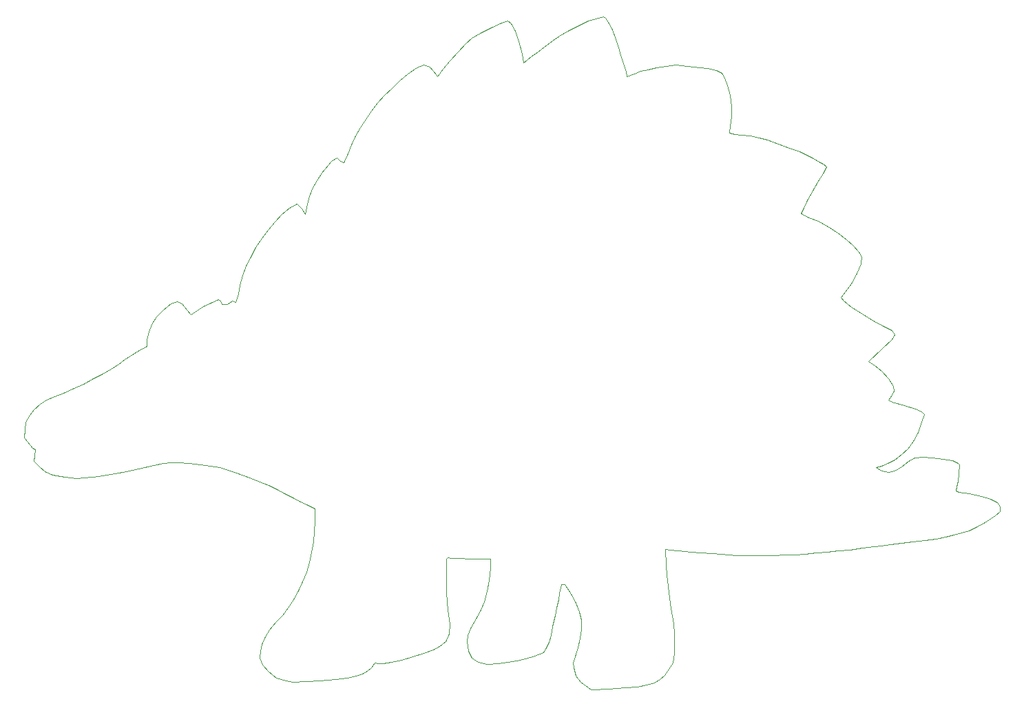
<source format=gbr>
%TF.GenerationSoftware,KiCad,Pcbnew,6.0.7-f9a2dced07~116~ubuntu20.04.1*%
%TF.CreationDate,2022-09-11T18:48:07+02:00*%
%TF.ProjectId,demoDino,64656d6f-4469-46e6-9f2e-6b696361645f,rev?*%
%TF.SameCoordinates,Original*%
%TF.FileFunction,Profile,NP*%
%FSLAX46Y46*%
G04 Gerber Fmt 4.6, Leading zero omitted, Abs format (unit mm)*
G04 Created by KiCad (PCBNEW 6.0.7-f9a2dced07~116~ubuntu20.04.1) date 2022-09-11 18:48:07*
%MOMM*%
%LPD*%
G01*
G04 APERTURE LIST*
%TA.AperFunction,Profile*%
%ADD10C,0.000010*%
%TD*%
G04 APERTURE END LIST*
%TO.C,svg2mod*%
D10*
X95338331Y-24815490D02*
X95698250Y-25330553D01*
X96159305Y-26265536D01*
X96612977Y-27377581D01*
X96950741Y-28423832D01*
X97216793Y-29386791D01*
X97452366Y-30156209D01*
X97827180Y-31389448D01*
X97988795Y-31991770D01*
X98857781Y-31639328D01*
X99674112Y-31346092D01*
X100575456Y-31098572D01*
X101590599Y-30890041D01*
X102748325Y-30713777D01*
X103976591Y-30552785D01*
X106124192Y-30778422D01*
X107825303Y-30979717D01*
X108921977Y-31213713D01*
X109589286Y-31575247D01*
X110002302Y-32159159D01*
X110336099Y-33060287D01*
X110634324Y-34289028D01*
X110791426Y-35618819D01*
X110798875Y-36913460D01*
X110648139Y-38036752D01*
X110536703Y-38957731D01*
X111251083Y-39087243D01*
X112068168Y-39146317D01*
X113101838Y-39304902D01*
X114202191Y-39535697D01*
X115219327Y-39811399D01*
X116592249Y-40265058D01*
X117947034Y-40756926D01*
X119178397Y-41245240D01*
X120181053Y-41688238D01*
X120849717Y-42044157D01*
X121558264Y-42461417D01*
X122099735Y-42721071D01*
X122497273Y-43093437D01*
X122076760Y-43892771D01*
X121601026Y-44646451D01*
X120900364Y-45860557D01*
X120164630Y-47191679D01*
X119583675Y-48296404D01*
X119347352Y-48831321D01*
X120320762Y-49317406D01*
X121465885Y-49801288D01*
X122664462Y-50450848D01*
X123840416Y-51208927D01*
X124917673Y-52018364D01*
X125820157Y-52822000D01*
X126471793Y-53562674D01*
X126796507Y-54183228D01*
X126693475Y-54996356D01*
X126230380Y-56204382D01*
X125557426Y-57479049D01*
X124824812Y-58492104D01*
X124254191Y-59185801D01*
X124628111Y-59589014D01*
X125585902Y-60306486D01*
X126881605Y-61173613D01*
X128269263Y-62025792D01*
X129502916Y-62698418D01*
X130552687Y-63243676D01*
X130890339Y-63690302D01*
X130502892Y-64320230D01*
X129377362Y-65415397D01*
X127674193Y-67030914D01*
X128416378Y-67507054D01*
X129315136Y-68244791D01*
X130129212Y-69172635D01*
X130688416Y-70065036D01*
X130822555Y-70696443D01*
X130375009Y-71410031D01*
X130128207Y-71776145D01*
X130536746Y-72029693D01*
X132032181Y-72438765D01*
X133415754Y-72862519D01*
X134168594Y-73211404D01*
X134516676Y-73512877D01*
X134204644Y-74522964D01*
X133747322Y-75755588D01*
X133183603Y-76861469D01*
X132525000Y-77775000D01*
X131725000Y-78500000D01*
X130875000Y-79175000D01*
X130225000Y-79500000D01*
X129315199Y-79889789D01*
X128628044Y-80075569D01*
X129238096Y-80484653D01*
X130100000Y-80625000D01*
X130888443Y-80534199D01*
X131743122Y-79960320D01*
X132606202Y-79310284D01*
X133375000Y-78875000D01*
X134358152Y-78815055D01*
X135524177Y-78853291D01*
X136838610Y-79019853D01*
X137984593Y-79262103D01*
X138645268Y-79527399D01*
X138867183Y-79710768D01*
X138770834Y-80797933D01*
X138659820Y-81728883D01*
X138527785Y-82440801D01*
X138429340Y-82916326D01*
X138786760Y-83125557D01*
X140029561Y-83320354D01*
X141536729Y-83611749D01*
X142687033Y-83981065D01*
X143464974Y-84419569D01*
X143855055Y-84918524D01*
X143841778Y-85469197D01*
X143214947Y-86025130D01*
X141999414Y-86845378D01*
X140882998Y-87465751D01*
X140000217Y-87825763D01*
X139102223Y-88136284D01*
X138151158Y-88405941D01*
X137109164Y-88643362D01*
X135938382Y-88857173D01*
X134600954Y-89056003D01*
X133059022Y-89248477D01*
X131728755Y-89405294D01*
X130400853Y-89566193D01*
X129229246Y-89712287D01*
X128367867Y-89824693D01*
X126880558Y-90019745D01*
X125417963Y-90196217D01*
X123982012Y-90354012D01*
X122574635Y-90493034D01*
X121197760Y-90613188D01*
X119853317Y-90714377D01*
X118543236Y-90796506D01*
X117269445Y-90859479D01*
X116033876Y-90903198D01*
X114838456Y-90927570D01*
X113685116Y-90932496D01*
X112575784Y-90917883D01*
X111512391Y-90883632D01*
X110496866Y-90829649D01*
X109531137Y-90755838D01*
X108418171Y-90662643D01*
X107095971Y-90560546D01*
X105850692Y-90471770D01*
X104257951Y-90346895D01*
X103266111Y-90237430D01*
X102701705Y-90139217D01*
X102801157Y-92074233D01*
X102888962Y-93254198D01*
X103034142Y-94691168D01*
X103210322Y-96164719D01*
X103391125Y-97454431D01*
X103550176Y-98339881D01*
X103674012Y-99253365D01*
X103762188Y-100565088D01*
X103798124Y-101918970D01*
X103765246Y-102958931D01*
X103655221Y-104113229D01*
X103137434Y-104891461D01*
X102605693Y-105601171D01*
X102024145Y-106148200D01*
X101317861Y-106556929D01*
X100411906Y-106851734D01*
X99231350Y-107056996D01*
X97701260Y-107197092D01*
X95746705Y-107296401D01*
X93581700Y-107382177D01*
X93191962Y-107167728D01*
X92254975Y-106506829D01*
X91679432Y-105722154D01*
X91401776Y-104727358D01*
X91319729Y-104113225D01*
X91909620Y-102265853D01*
X92223417Y-101065836D01*
X92361271Y-99950925D01*
X92318639Y-98885489D01*
X92090977Y-97833898D01*
X91673742Y-96760524D01*
X91062390Y-95629736D01*
X90290724Y-94447515D01*
X89927700Y-94425142D01*
X89686807Y-95545200D01*
X89537617Y-96360726D01*
X89335954Y-97338898D01*
X89125508Y-98267773D01*
X88819737Y-99621813D01*
X88595912Y-100749168D01*
X88371810Y-101604721D01*
X88057613Y-102290716D01*
X87684659Y-102865689D01*
X86591278Y-103295210D01*
X85501326Y-103643588D01*
X84415706Y-103878263D01*
X83302470Y-104035472D01*
X82146273Y-104197760D01*
X80741068Y-104269310D01*
X79660196Y-104041608D01*
X78896726Y-103509852D01*
X78443727Y-102669240D01*
X78294268Y-101514970D01*
X78362501Y-100736252D01*
X78705616Y-99915633D01*
X79531236Y-98556813D01*
X80034470Y-97625495D01*
X80443063Y-96562570D01*
X80761838Y-95349741D01*
X80995622Y-93968712D01*
X81149239Y-92401187D01*
X81220725Y-91370588D01*
X78668468Y-91307186D01*
X77353086Y-91266694D01*
X76358187Y-91222009D01*
X75899276Y-91182867D01*
X75747607Y-91338887D01*
X75785651Y-92187995D01*
X75786772Y-93925331D01*
X75798075Y-95367186D01*
X75861792Y-96616203D01*
X75974493Y-97606398D01*
X76166434Y-99341628D01*
X76073331Y-100599092D01*
X75670050Y-101487932D01*
X74931462Y-102117292D01*
X74115867Y-102504641D01*
X72974652Y-102930644D01*
X71650688Y-103355182D01*
X70286842Y-103738136D01*
X69025985Y-104039386D01*
X68010985Y-104218813D01*
X67384713Y-104236300D01*
X66929086Y-104145545D01*
X66493971Y-104673898D01*
X66037930Y-105131767D01*
X65464451Y-105482608D01*
X64681662Y-105749798D01*
X63597690Y-105956709D01*
X62120662Y-106126718D01*
X60158704Y-106283200D01*
X56918345Y-106511946D01*
X56052467Y-106349089D01*
X54869364Y-105947097D01*
X53886433Y-105253548D01*
X53191279Y-104330157D01*
X52784136Y-103535763D01*
X52877382Y-102669886D01*
X53069304Y-101796762D01*
X53456328Y-100914557D01*
X54036234Y-100027200D01*
X54806803Y-99138621D01*
X55597615Y-98258484D01*
X56324248Y-97309568D01*
X56984355Y-96297991D01*
X57575589Y-95229873D01*
X58095604Y-94111330D01*
X58542055Y-92948481D01*
X58912594Y-91747444D01*
X59204875Y-90514338D01*
X59416553Y-89255280D01*
X59545280Y-87976388D01*
X59588710Y-86683780D01*
X59588710Y-85187609D01*
X58542571Y-84679146D01*
X57797857Y-84302581D01*
X56851450Y-83803753D01*
X55908264Y-83290510D01*
X54894722Y-82749554D01*
X53908744Y-82277009D01*
X52833741Y-81823758D01*
X51553124Y-81340680D01*
X49950305Y-80778656D01*
X47889727Y-80072528D01*
X45502192Y-79715734D01*
X44084817Y-79527146D01*
X42935232Y-79439596D01*
X41925515Y-79455043D01*
X40927746Y-79575445D01*
X39814002Y-79802760D01*
X37938245Y-80230524D01*
X36373303Y-80570899D01*
X35065269Y-80834166D01*
X33960237Y-81030606D01*
X33004302Y-81170498D01*
X32143557Y-81264123D01*
X30270700Y-81430710D01*
X28819283Y-81260394D01*
X27375611Y-81008978D01*
X26385636Y-80600930D01*
X25615597Y-79940132D01*
X25058029Y-79321027D01*
X25125786Y-78611790D01*
X25194156Y-77902554D01*
X24911953Y-77704887D01*
X24264876Y-76970787D01*
X23900002Y-76433731D01*
X23970237Y-75456589D01*
X24039858Y-74479446D01*
X24535266Y-73670133D01*
X25078010Y-72952758D01*
X25772744Y-72320851D01*
X26608947Y-71782552D01*
X27576095Y-71346000D01*
X28722888Y-70891690D01*
X29923302Y-70366079D01*
X31140999Y-69788335D01*
X32339639Y-69177626D01*
X33482883Y-68553118D01*
X34534391Y-67933981D01*
X35457825Y-67339382D01*
X36216846Y-66788487D01*
X36902099Y-66328932D01*
X37823661Y-65794562D01*
X38913312Y-65206536D01*
X38974850Y-64360549D01*
X39152391Y-63411159D01*
X39545233Y-62479707D01*
X40151401Y-61569963D01*
X40968918Y-60685697D01*
X41930078Y-59899732D01*
X42657750Y-59641883D01*
X43256302Y-59913246D01*
X43830106Y-60714914D01*
X44323195Y-61273545D01*
X45134205Y-60759673D01*
X45896498Y-60252272D01*
X46788883Y-59812988D01*
X47774107Y-59422006D01*
X47979854Y-59592322D01*
X48185601Y-60026194D01*
X48840137Y-60011892D01*
X49445039Y-59605976D01*
X49865765Y-59760768D01*
X50152940Y-58708413D01*
X50372263Y-57602592D01*
X50710766Y-56461647D01*
X51158057Y-55302967D01*
X51703741Y-54143941D01*
X52337427Y-53001956D01*
X53048720Y-51894403D01*
X53827227Y-50838668D01*
X54662555Y-49852142D01*
X55544310Y-48952212D01*
X56462099Y-48156267D01*
X57365654Y-47644733D01*
X57974432Y-48256970D01*
X58381575Y-48910885D01*
X58536973Y-48075465D01*
X58827926Y-46929282D01*
X59261603Y-45794776D01*
X59810502Y-44733496D01*
X60447126Y-43806992D01*
X61642436Y-42392052D01*
X62281590Y-41991689D01*
X62758205Y-42359305D01*
X63184506Y-42572609D01*
X63681269Y-41441835D01*
X64112045Y-40345077D01*
X64614082Y-39271217D01*
X65186195Y-38221734D01*
X65827200Y-37198108D01*
X66535911Y-36201819D01*
X67311142Y-35234344D01*
X68151709Y-34297165D01*
X69056426Y-33391760D01*
X70024108Y-32519609D01*
X71053569Y-31682191D01*
X72143624Y-30880985D01*
X72948045Y-30559066D01*
X73694913Y-30838908D01*
X74497592Y-31763024D01*
X74672260Y-32017256D01*
X75379010Y-31061869D01*
X76218625Y-30012800D01*
X77202721Y-28909900D01*
X78160886Y-27935524D01*
X78922707Y-27272022D01*
X79876099Y-26690036D01*
X81246546Y-25965261D01*
X82538975Y-25347332D01*
X83258311Y-25085882D01*
X83718673Y-25435481D01*
X84220972Y-26362611D01*
X84686690Y-27684774D01*
X85037307Y-29219469D01*
X85213839Y-30263744D01*
X86149958Y-29556373D01*
X87020352Y-28896244D01*
X87798420Y-28302622D01*
X88776867Y-27577522D01*
X89646247Y-27008545D01*
X90694417Y-26407387D01*
X92221169Y-25591273D01*
X93239927Y-25133683D01*
X94150468Y-24855272D01*
X95097154Y-24617824D01*
X95338331Y-24815490D01*
%TD*%
M02*

</source>
